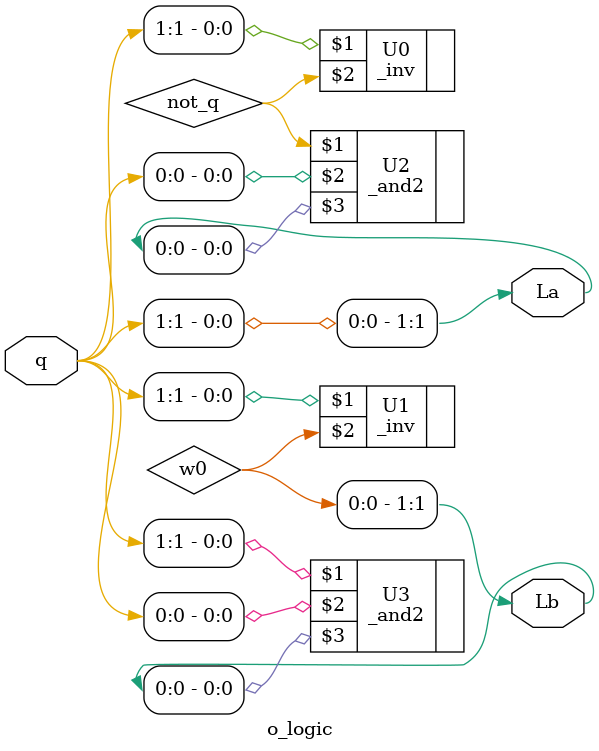
<source format=v>
module o_logic(q, La, Lb); // 2bit 입력을 받아서 Traffic right를 조절해주는 output logic

input  [1:0] q;
output [1:0] La, Lb;
wire not_q, w0;
/*신호등 표현 bit들의 setting*/
_inv U0(q[1], not_q);
_inv U1(q[1], w0);
assign La[1] = q[1];				
_and2 U2(not_q,q[0],La[0]);
assign Lb[1] = w0;
_and2 U3(q[1], q[0], Lb[0]);


endmodule

</source>
